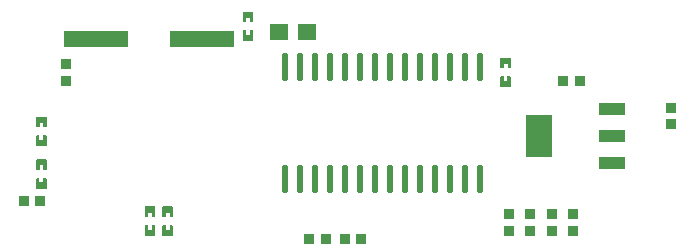
<source format=gbp>
G04 Layer: BottomPasteMaskLayer*
G04 EasyEDA v6.5.40, 2025-01-31 22:11:59*
G04 63179efdc9ef42fbbe513a6e2370b4ab,79498b06e10c4258a2922cdf157d59c5,10*
G04 Gerber Generator version 0.2*
G04 Scale: 100 percent, Rotated: No, Reflected: No *
G04 Dimensions in millimeters *
G04 leading zeros omitted , absolute positions ,4 integer and 5 decimal *
%FSLAX45Y45*%
%MOMM*%

%AMMACRO1*21,1,$1,$2,0,0,$3*%
%ADD10MACRO1,2.2001X3.5001X0.0000*%
%ADD11MACRO1,1.1001X2.2001X-90.0000*%
%ADD12MACRO1,1.0998X2.2001X-90.0000*%
%ADD13MACRO1,0.8001X0.9002X-90.0000*%
%ADD14MACRO1,0.8001X0.9002X0.0000*%
%ADD15MACRO1,0.8001X0.9002X90.0000*%
%ADD16MACRO1,1.4999X1.3589X0.0000*%
%ADD17MACRO1,1.5001X1.3589X0.0000*%
%ADD18MACRO1,5.5001X1.4X0.0000*%
%ADD19O,0.5739892X2.3880064*%

%LPD*%
G36*
X870102Y-2054555D02*
G01*
X865073Y-2059584D01*
X865073Y-2139543D01*
X870102Y-2144572D01*
X950061Y-2144572D01*
X955090Y-2139543D01*
X955090Y-2059584D01*
X950061Y-2054555D01*
X925880Y-2054555D01*
X925880Y-2091537D01*
X892860Y-2091537D01*
X892860Y-2054555D01*
G37*
G36*
X870102Y-1895551D02*
G01*
X865073Y-1900580D01*
X865073Y-1980539D01*
X870102Y-1985568D01*
X894283Y-1985568D01*
X894283Y-1948586D01*
X927303Y-1948586D01*
X927303Y-1985568D01*
X950061Y-1985568D01*
X955090Y-1980539D01*
X955090Y-1900580D01*
X950061Y-1895551D01*
G37*
G36*
X870102Y-1535379D02*
G01*
X865073Y-1540408D01*
X865073Y-1620367D01*
X870102Y-1625396D01*
X894283Y-1625396D01*
X894283Y-1588363D01*
X927303Y-1588363D01*
X927303Y-1625396D01*
X950061Y-1625396D01*
X955090Y-1620367D01*
X955090Y-1540408D01*
X950061Y-1535379D01*
G37*
G36*
X870102Y-1694383D02*
G01*
X865073Y-1699412D01*
X865073Y-1779371D01*
X870102Y-1784400D01*
X950061Y-1784400D01*
X955090Y-1779371D01*
X955090Y-1699412D01*
X950061Y-1694383D01*
X925880Y-1694383D01*
X925880Y-1731365D01*
X892860Y-1731365D01*
X892860Y-1694383D01*
G37*
G36*
X1939950Y-2454605D02*
G01*
X1934921Y-2459634D01*
X1934921Y-2539593D01*
X1939950Y-2544622D01*
X2019909Y-2544622D01*
X2024938Y-2539593D01*
X2024938Y-2459634D01*
X2019909Y-2454605D01*
X1995728Y-2454605D01*
X1995728Y-2491587D01*
X1962708Y-2491587D01*
X1962708Y-2454605D01*
G37*
G36*
X1939950Y-2295601D02*
G01*
X1934921Y-2300630D01*
X1934921Y-2380589D01*
X1939950Y-2385618D01*
X1964131Y-2385618D01*
X1964131Y-2348636D01*
X1997151Y-2348636D01*
X1997151Y-2385618D01*
X2019909Y-2385618D01*
X2024938Y-2380589D01*
X2024938Y-2300630D01*
X2019909Y-2295601D01*
G37*
G36*
X1790090Y-2454605D02*
G01*
X1785061Y-2459634D01*
X1785061Y-2539593D01*
X1790090Y-2544622D01*
X1870049Y-2544622D01*
X1875078Y-2539593D01*
X1875078Y-2459634D01*
X1870049Y-2454605D01*
X1845868Y-2454605D01*
X1845868Y-2491587D01*
X1812848Y-2491587D01*
X1812848Y-2454605D01*
G37*
G36*
X1790090Y-2295601D02*
G01*
X1785061Y-2300630D01*
X1785061Y-2380589D01*
X1790090Y-2385618D01*
X1814271Y-2385618D01*
X1814271Y-2348636D01*
X1847291Y-2348636D01*
X1847291Y-2385618D01*
X1870049Y-2385618D01*
X1875078Y-2380589D01*
X1875078Y-2300630D01*
X1870049Y-2295601D01*
G37*
G36*
X2619908Y-804367D02*
G01*
X2614879Y-809396D01*
X2614879Y-889355D01*
X2619908Y-894384D01*
X2699867Y-894384D01*
X2704896Y-889355D01*
X2704896Y-809396D01*
X2699867Y-804367D01*
X2675686Y-804367D01*
X2675686Y-841349D01*
X2642666Y-841349D01*
X2642666Y-804367D01*
G37*
G36*
X2619908Y-645363D02*
G01*
X2614879Y-650392D01*
X2614879Y-730351D01*
X2619908Y-735380D01*
X2644089Y-735380D01*
X2644089Y-698347D01*
X2677109Y-698347D01*
X2677109Y-735380D01*
X2699867Y-735380D01*
X2704896Y-730351D01*
X2704896Y-650392D01*
X2699867Y-645363D01*
G37*
G36*
X4799990Y-1035507D02*
G01*
X4794961Y-1040536D01*
X4794961Y-1120495D01*
X4799990Y-1125524D01*
X4824171Y-1125524D01*
X4824171Y-1088542D01*
X4857191Y-1088542D01*
X4857191Y-1125524D01*
X4879949Y-1125524D01*
X4884978Y-1120495D01*
X4884978Y-1040536D01*
X4879949Y-1035507D01*
G37*
G36*
X4799990Y-1194511D02*
G01*
X4794961Y-1199540D01*
X4794961Y-1279499D01*
X4799990Y-1284528D01*
X4879949Y-1284528D01*
X4884978Y-1279499D01*
X4884978Y-1199540D01*
X4879949Y-1194511D01*
X4855768Y-1194511D01*
X4855768Y-1231544D01*
X4822748Y-1231544D01*
X4822748Y-1194511D01*
G37*
D10*
G01*
X5120106Y-1699996D03*
D11*
G01*
X5739866Y-1930006D03*
D12*
G01*
X5739866Y-1699996D03*
G01*
X5739866Y-1469999D03*
D13*
G01*
X6239992Y-1599996D03*
G01*
X6239992Y-1459992D03*
D14*
G01*
X5329986Y-1229994D03*
G01*
X5469991Y-1229994D03*
D15*
G01*
X1119886Y-1090015D03*
G01*
X1119886Y-1230020D03*
G01*
X4869942Y-2360015D03*
G01*
X4869942Y-2500020D03*
G01*
X5050027Y-2360015D03*
G01*
X5050027Y-2500020D03*
G01*
X5230113Y-2360015D03*
G01*
X5230113Y-2500020D03*
G01*
X5409945Y-2360015D03*
G01*
X5409945Y-2500020D03*
D14*
G01*
X3619906Y-2569972D03*
G01*
X3479901Y-2569972D03*
G01*
X3319932Y-2569972D03*
G01*
X3179927Y-2569972D03*
G01*
X760069Y-2249931D03*
G01*
X900074Y-2249931D03*
D16*
G01*
X2919996Y-819988D03*
D17*
G01*
X3159988Y-819988D03*
D18*
G01*
X1369999Y-880008D03*
G01*
X2269997Y-880008D03*
D19*
G01*
X2974492Y-1115618D03*
G01*
X3101492Y-1115618D03*
G01*
X3228492Y-1115618D03*
G01*
X3355492Y-1115618D03*
G01*
X3482492Y-1115618D03*
G01*
X3609492Y-1115618D03*
G01*
X3736492Y-1115618D03*
G01*
X3863492Y-1115618D03*
G01*
X3990492Y-1115618D03*
G01*
X4117492Y-1115618D03*
G01*
X4244492Y-1115618D03*
G01*
X4371492Y-1115618D03*
G01*
X4498492Y-1115618D03*
G01*
X4625492Y-1115618D03*
G01*
X2974492Y-2064410D03*
G01*
X3101492Y-2064410D03*
G01*
X3228492Y-2064410D03*
G01*
X3355492Y-2064410D03*
G01*
X3482492Y-2064410D03*
G01*
X3609492Y-2064410D03*
G01*
X3736492Y-2064410D03*
G01*
X3863492Y-2064410D03*
G01*
X3990492Y-2064410D03*
G01*
X4117492Y-2064410D03*
G01*
X4244492Y-2064410D03*
G01*
X4371492Y-2064410D03*
G01*
X4498492Y-2064410D03*
G01*
X4625492Y-2064410D03*
M02*

</source>
